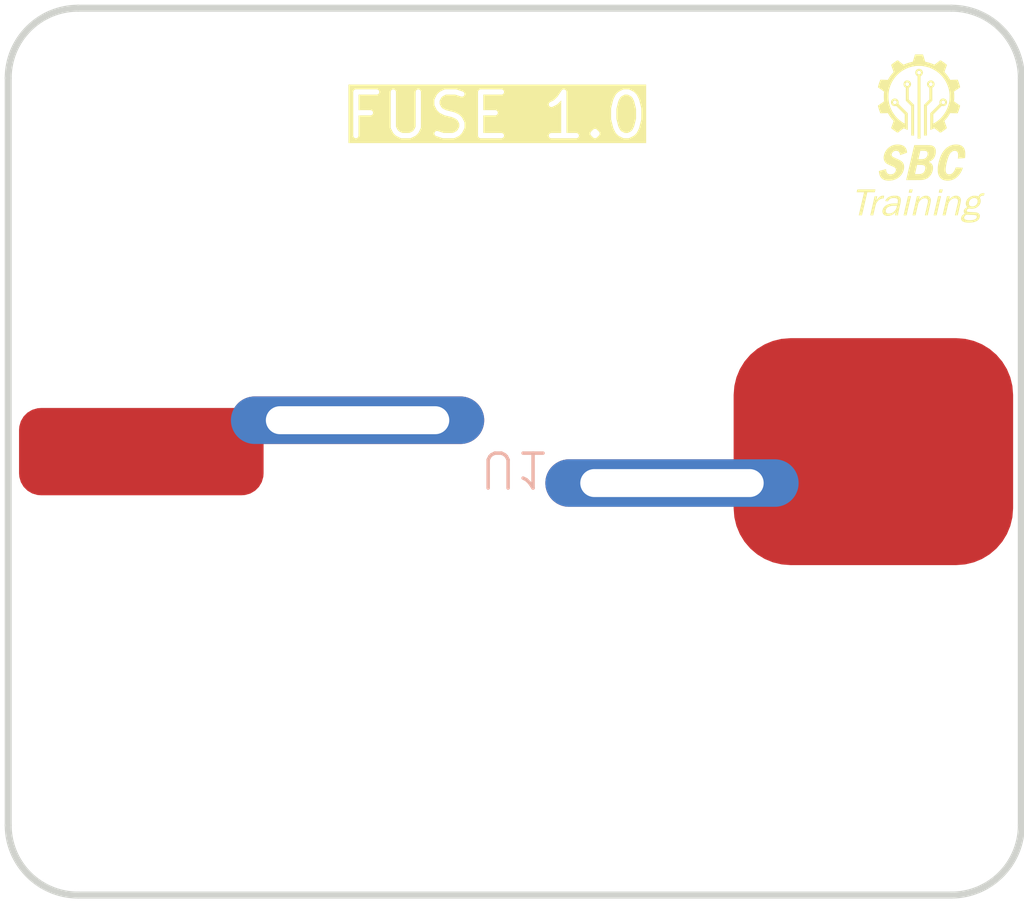
<source format=kicad_pcb>
(kicad_pcb (version 20240108) (generator "pcbnew") (generator_version "8.0")
  (layers (0 "F.Cu" signal) (31 "B.Cu" signal) (34 "B.Paste" user) (35 "F.Paste" user) (36 "B.SilkS" user "B.Silkscreen") (37 "F.SilkS" user "F.Silkscreen") (38 "B.Mask" user) (39 "F.Mask" user) (44 "Edge.Cuts" user))
  (net 0 "")
  (net 1 "/LEFT_JACK")
  (net 2 "/Right_PAD")
  (footprint "scotts_library:jack_pad" (layer "F.Cu") (at 156.21 95.25 90)
    (property "Reference" "LEFT_JACK1" (hide yes))
    (property "Value" "~")
    (pad "1" smd roundrect (at 0 0 90) (size 6.5 8) (layers "F.Cu" "F.Paste" "F.Mask") (net 1 "/LEFT_JACK"))
  )
  (footprint "scotts_library:wire_pad" (layer "F.Cu") (at 135.255 95.25)
    (property "Reference" "RIGHT_PAD1" (hide yes))
    (property "Value" "~" (hide yes))
    (pad "1" smd roundrect (at 0 0) (size 7 2.5) (layers "F.Cu" "F.Paste" "F.Mask") (net 2 "/Right_PAD"))
  )
  (footprint "MountingHole:MountingHole_2.5mm" (layer "F.Cu") (at 133.985 105.41)
    (property "Reference" "REF**" (hide yes))
    (property "Value" "MountingHole_2.5mm" (hide yes))
    (pad "" np_thru_hole circle (at 0 0) (size 2.5 2.5) (drill 2.5) (layers "F&B.Cu" "*.Mask"))
  )
  (footprint "scotts_library:sbc_logo" (layer "F.Cu") (at 157.48 86.36)
    (property "Reference" "G***" (hide yes))
    (property "Value" "LOGO" (hide yes))
  )
  (footprint "MountingHole:MountingHole_2.5mm" (layer "F.Cu") (at 157.48 105.41)
    (property "Reference" "REF**" (hide yes))
    (property "Value" "MountingHole_2.5mm" (hide yes))
    (pad "" np_thru_hole circle (at 0 0) (size 2.5 2.5) (drill 2.5) (layers "F&B.Cu" "*.Mask"))
  )
  (footprint "MountingHole:MountingHole_2.5mm" (layer "F.Cu") (at 133.985 85.09)
    (property "Reference" "REF**" (hide yes))
    (property "Value" "MountingHole_2.5mm" (hide yes))
    (pad "" np_thru_hole circle (at 0 0) (size 2.5 2.5) (drill 2.5) (layers "F&B.Cu" "*.Mask"))
  )
  (footprint "scotts_library:fuse" (layer "B.Cu") (at 145.945 95.25)
    (property "Reference" "U1" (at 0 0.5 180) (layer "B.SilkS") (effects (font (thickness 0.1)) (justify mirror)))
    (property "Value" "~")
    (pad "1" thru_hole oval (at -4.5 -0.9) (size 7.25 1.36) (drill oval 5.25 0.8) (layers "*.Cu" "*.Mask"))
    (pad "2" thru_hole oval (at 4.5 0.9) (size 7.25 1.36) (drill oval 5.25 0.8) (layers "*.Cu" "*.Mask"))
  )
  (gr_line (start 158.445 107.95) (end 133.445 107.95) (stroke (width 0.2)) (layer "Edge.Cuts"))
  (gr_line (start 133.445 82.55) (end 158.445 82.55) (stroke (width 0.2)) (layer "Edge.Cuts"))
  (gr_arc (start 160.445 105.95) (mid 159.859214 107.364214) (end 158.445 107.95) (stroke (width 0.2)) (layer "Edge.Cuts"))
  (gr_arc (start 158.445 82.55) (mid 159.859214 83.135786) (end 160.445 84.55) (stroke (width 0.2)) (layer "Edge.Cuts"))
  (gr_line (start 131.445 105.95) (end 131.445 84.55) (stroke (width 0.2)) (layer "Edge.Cuts"))
  (gr_line (start 160.445 84.55) (end 160.445 105.95) (stroke (width 0.2)) (layer "Edge.Cuts"))
  (gr_arc (start 131.445 84.55) (mid 132.030786 83.135786) (end 133.445 82.55) (stroke (width 0.2)) (layer "Edge.Cuts"))
  (gr_arc (start 133.445 107.95) (mid 132.030786 107.364214) (end 131.445 105.95) (stroke (width 0.2)) (layer "Edge.Cuts"))
  (gr_text "FUSE 1.0" (at 145.415 86.36 0) (layer "F.SilkS" knockout) (effects (font (size 1.25 1.25)) (justify bottom)))
  (segment (start 152.614 95.036) (end 152.4 95.25) (width 0.25) (layer "F.Cu") (net 1))
)
</source>
